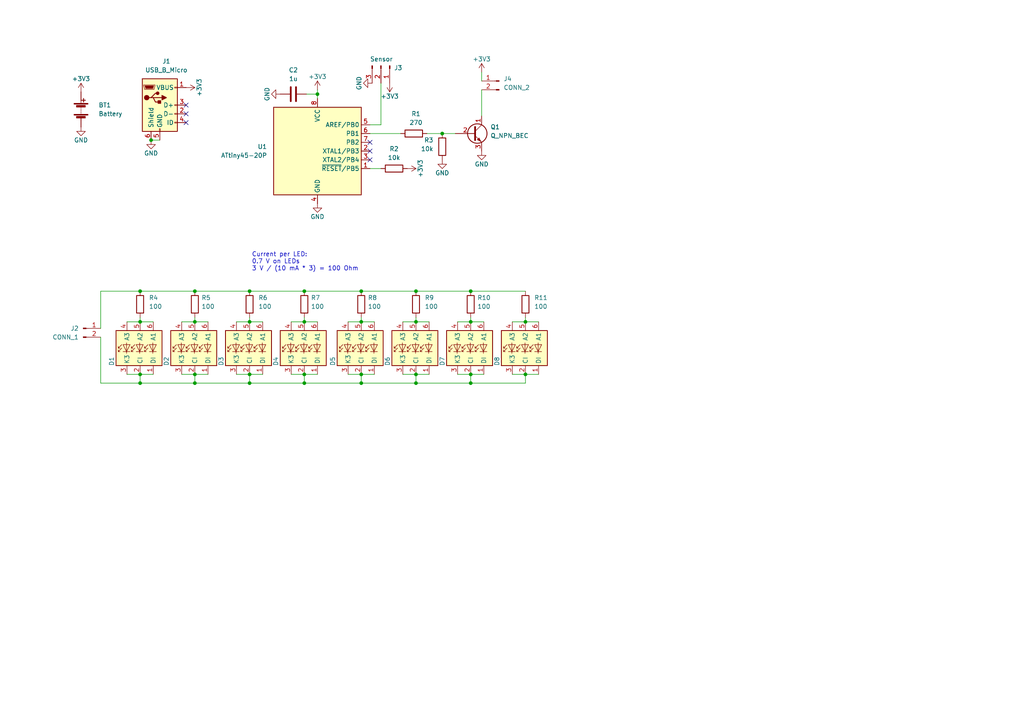
<source format=kicad_sch>
(kicad_sch (version 20211123) (generator eeschema)
  (paper "A4")
  (lib_symbols
    (symbol "Connector:Conn_01x02_Male" (pin_names (offset 1.016) hide)
      (property "Reference" "J" (at 0 2.54 0))
      (property "Value" "Conn_01x02_Male" (at 0 -5.08 0))
      (symbol "Conn_01x02_Male_1_1"
        (polyline (pts (xy 1.27 -2.54) (xy 0.8636 -2.54)) (stroke (width 0.1524)))
        (polyline (pts (xy 1.27 0) (xy 0.8636 0)) (stroke (width 0.1524)))
        (rectangle (start 0.8636 -2.413) (end 0 -2.667) (stroke (width 0.1524)) (fill (type outline)))
        (rectangle (start 0.8636 0.127) (end 0 -0.127) (stroke (width 0.1524)) (fill (type outline)))
        (pin passive line (at 5.08 0 180) (length 3.81) (name "Pin_1") (number "1"))
        (pin passive line (at 5.08 -2.54 180) (length 3.81) (name "Pin_2") (number "2"))
      )
    )
    (symbol "Connector:Conn_01x03_Male" (pin_names (offset 1.016) hide)
      (property "Reference" "J" (at 0 5.08 0))
      (property "Value" "Conn_01x03_Male" (at 0 -5.08 0))
      (symbol "Conn_01x03_Male_1_1"
        (polyline (pts (xy 1.27 -2.54) (xy 0.8636 -2.54)) (stroke (width 0.1524)))
        (polyline (pts (xy 1.27 0) (xy 0.8636 0)) (stroke (width 0.1524)))
        (polyline (pts (xy 1.27 2.54) (xy 0.8636 2.54)) (stroke (width 0.1524)))
        (rectangle (start 0.8636 -2.413) (end 0 -2.667) (stroke (width 0.1524)) (fill (type outline)))
        (rectangle (start 0.8636 0.127) (end 0 -0.127) (stroke (width 0.1524)) (fill (type outline)))
        (rectangle (start 0.8636 2.667) (end 0 2.413) (stroke (width 0.1524)) (fill (type outline)))
        (pin passive line (at 5.08 2.54 180) (length 3.81) (name "Pin_1") (number "1"))
        (pin passive line (at 5.08 0 180) (length 3.81) (name "Pin_2") (number "2"))
        (pin passive line (at 5.08 -2.54 180) (length 3.81) (name "Pin_3") (number "3"))
      )
    )
    (symbol "Connector:USB_B_Micro" (pin_names (offset 1.016))
      (property "Reference" "J" (at -5.08 11.43 0))
      (property "Value" "USB_B_Micro" (at -5.08 8.89 0))
      (symbol "USB_B_Micro_0_1"
        (rectangle (start -5.08 -7.62) (end 5.08 7.62) (stroke (width 0.254)) (fill (type background)))
        (circle (center -3.81 2.159) (radius 0.635) (stroke (width 0.254)) (fill (type outline)))
        (circle (center -0.635 3.429) (radius 0.381) (stroke (width 0.254)) (fill (type outline)))
        (rectangle (start -0.127 -7.62) (end 0.127 -6.858))
        (polyline (pts (xy -1.905 2.159) (xy 0.635 2.159)) (stroke (width 0.254)))
        (polyline (pts (xy -3.175 2.159) (xy -2.54 2.159) (xy -1.27 3.429) (xy -0.635 3.429)) (stroke (width 0.254)))
        (polyline (pts (xy -2.54 2.159) (xy -1.905 2.159) (xy -1.27 0.889) (xy 0 0.889)) (stroke (width 0.254)))
        (polyline (pts (xy 0.635 2.794) (xy 0.635 1.524) (xy 1.905 2.159) (xy 0.635 2.794)) (stroke (width 0.254)) (fill (type outline)))
        (polyline (pts (xy -4.318 5.588) (xy -1.778 5.588) (xy -2.032 4.826) (xy -4.064 4.826) (xy -4.318 5.588)) (fill (type outline)))
        (polyline (pts (xy -4.699 5.842) (xy -4.699 5.588) (xy -4.445 4.826) (xy -4.445 4.572) (xy -1.651 4.572) (xy -1.651 4.826) (xy -1.397 5.588) (xy -1.397 5.842) (xy -4.699 5.842)))
        (rectangle (start 0.254 1.27) (end -0.508 0.508) (stroke (width 0.254)) (fill (type outline)))
        (rectangle (start 5.08 -5.207) (end 4.318 -4.953))
        (rectangle (start 5.08 -2.667) (end 4.318 -2.413))
        (rectangle (start 5.08 -0.127) (end 4.318 0.127))
        (rectangle (start 5.08 4.953) (end 4.318 5.207))
      )
      (symbol "USB_B_Micro_1_1"
        (pin power_out line (at 7.62 5.08 180) (length 2.54) (name "VBUS") (number "1"))
        (pin bidirectional line (at 7.62 -2.54 180) (length 2.54) (name "D-") (number "2"))
        (pin bidirectional line (at 7.62 0 180) (length 2.54) (name "D+") (number "3"))
        (pin passive line (at 7.62 -5.08 180) (length 2.54) (name "ID") (number "4"))
        (pin power_out line (at 0 -10.16 90) (length 2.54) (name "GND") (number "5"))
        (pin passive line (at -2.54 -10.16 90) (length 2.54) (name "Shield") (number "6"))
      )
    )
    (symbol "Device:Battery" (pin_numbers hide) (pin_names (offset 0) hide)
      (property "Reference" "BT" (at 2.54 2.54 0))
      (property "Value" "Battery" (at 2.54 0 0))
      (symbol "Battery_0_1"
        (rectangle (start -2.032 -1.397) (end 2.032 -1.651) (fill (type outline)))
        (rectangle (start -2.032 1.778) (end 2.032 1.524) (fill (type outline)))
        (rectangle (start -1.3208 -1.9812) (end 1.27 -2.4892) (fill (type outline)))
        (rectangle (start -1.3208 1.1938) (end 1.27 0.6858) (fill (type outline)))
        (polyline (pts (xy 0 -1.524) (xy 0 -1.27)))
        (polyline (pts (xy 0 -1.016) (xy 0 -0.762)))
        (polyline (pts (xy 0 -0.508) (xy 0 -0.254)))
        (polyline (pts (xy 0 0) (xy 0 0.254)))
        (polyline (pts (xy 0 0.508) (xy 0 0.762)))
        (polyline (pts (xy 0 1.778) (xy 0 2.54)))
        (polyline (pts (xy 0.254 2.667) (xy 1.27 2.667)) (stroke (width 0.254)))
        (polyline (pts (xy 0.762 3.175) (xy 0.762 2.159)) (stroke (width 0.254)))
      )
      (symbol "Battery_1_1"
        (pin passive line (at 0 5.08 270) (length 2.54) (name "+") (number "1"))
        (pin passive line (at 0 -5.08 90) (length 2.54) (name "-") (number "2"))
      )
    )
    (symbol "Device:C" (pin_numbers hide) (pin_names (offset 0.254))
      (property "Reference" "C" (at 0.635 2.54 0))
      (property "Value" "C" (at 0.635 -2.54 0))
      (symbol "C_0_1"
        (polyline (pts (xy -2.032 -0.762) (xy 2.032 -0.762)) (stroke (width 0.508)))
        (polyline (pts (xy -2.032 0.762) (xy 2.032 0.762)) (stroke (width 0.508)))
      )
      (symbol "C_1_1"
        (pin passive line (at 0 3.81 270) (length 2.794) (name "~") (number "1"))
        (pin passive line (at 0 -3.81 90) (length 2.794) (name "~") (number "2"))
      )
    )
    (symbol "Device:Q_NPN_CBE" (pin_names (offset 0) hide)
      (property "Reference" "Q" (at 5.08 1.27 0))
      (property "Value" "Q_NPN_CBE" (at 5.08 -1.27 0))
      (symbol "Q_NPN_CBE_0_1"
        (polyline (pts (xy 0.635 0.635) (xy 2.54 2.54)))
        (polyline (pts (xy 0.635 -0.635) (xy 2.54 -2.54) (xy 2.54 -2.54)))
        (polyline (pts (xy 0.635 1.905) (xy 0.635 -1.905) (xy 0.635 -1.905)) (stroke (width 0.508)))
        (polyline (pts (xy 1.27 -1.778) (xy 1.778 -1.27) (xy 2.286 -2.286) (xy 1.27 -1.778) (xy 1.27 -1.778)) (fill (type outline)))
        (circle (center 1.27 0) (radius 2.8194) (stroke (width 0.254)))
      )
      (symbol "Q_NPN_CBE_1_1"
        (pin passive line (at 2.54 5.08 270) (length 2.54) (name "C") (number "1"))
        (pin input line (at -5.08 0 0) (length 5.715) (name "B") (number "2"))
        (pin passive line (at 2.54 -5.08 90) (length 2.54) (name "E") (number "3"))
      )
    )
    (symbol "Device:R" (pin_numbers hide) (pin_names (offset 0))
      (property "Reference" "R" (at 2.032 0 90))
      (property "Value" "R" (at 0 0 90))
      (symbol "R_0_1"
        (rectangle (start -1.016 -2.54) (end 1.016 2.54) (stroke (width 0.254)))
      )
      (symbol "R_1_1"
        (pin passive line (at 0 3.81 270) (length 1.27) (name "~") (number "1"))
        (pin passive line (at 0 -3.81 90) (length 1.27) (name "~") (number "2"))
      )
    )
    (symbol "MCU_Microchip_ATtiny:ATtiny45-20P"
      (property "Reference" "U" (at -12.7 13.97 0))
      (property "Value" "ATtiny45-20P" (at 2.54 -13.97 0))
      (symbol "ATtiny45-20P_0_1"
        (rectangle (start -12.7 -12.7) (end 12.7 12.7) (stroke (width 0.254)) (fill (type background)))
      )
      (symbol "ATtiny45-20P_1_1"
        (pin bidirectional line (at 15.24 -5.08 180) (length 2.54) (name "~{RESET}/PB5") (number "1"))
        (pin bidirectional line (at 15.24 0 180) (length 2.54) (name "XTAL1/PB3") (number "2"))
        (pin bidirectional line (at 15.24 -2.54 180) (length 2.54) (name "XTAL2/PB4") (number "3"))
        (pin power_in line (at 0 -15.24 90) (length 2.54) (name "GND") (number "4"))
        (pin bidirectional line (at 15.24 7.62 180) (length 2.54) (name "AREF/PB0") (number "5"))
        (pin bidirectional line (at 15.24 5.08 180) (length 2.54) (name "PB1") (number "6"))
        (pin bidirectional line (at 15.24 2.54 180) (length 2.54) (name "PB2") (number "7"))
        (pin power_in line (at 0 15.24 270) (length 2.54) (name "VCC") (number "8"))
      )
    )
    (symbol "custom:5050_led_(3-in-1)"
      (property "Reference" "D" (at 5.08 6.985 0))
      (property "Value" "5050_led_(3-in-1)" (at -8.255 -8.255 0))
      (symbol "5050_led_(3-in-1)_0_1"
        (polyline (pts (xy 0 1.27) (xy 0 1.778)))
        (polyline (pts (xy 1.016 1.27) (xy 1.016 1.778)))
        (polyline (pts (xy 1.016 4.699) (xy 1.016 2.667)))
        (polyline (pts (xy -1.524 3.683) (xy 1.016 3.683) (xy 1.524 3.683)))
        (polyline (pts (xy -1.016 2.286) (xy 0 1.27) (xy -0.508 1.27)))
        (polyline (pts (xy 0 2.286) (xy 1.016 1.27) (xy 0.508 1.27)))
        (polyline (pts (xy -1.016 4.699) (xy -1.016 2.667) (xy 1.016 3.683) (xy -1.016 4.699)))
        (rectangle (start 5.08 6.35) (end -5.08 -6.985) (stroke (width 0.254)) (fill (type background)))
      )
      (symbol "5050_led_(3-in-1)_1_1"
        (polyline (pts (xy 0 -6.35) (xy 0 -5.842)))
        (polyline (pts (xy 0 -2.54) (xy 0 -2.032)))
        (polyline (pts (xy 1.016 -6.35) (xy 1.016 -5.842)))
        (polyline (pts (xy 1.016 -2.921) (xy 1.016 -4.953)))
        (polyline (pts (xy 1.016 -2.54) (xy 1.016 -2.032)))
        (polyline (pts (xy 1.016 0.889) (xy 1.016 -1.143)))
        (polyline (pts (xy -1.524 -3.937) (xy 1.016 -3.937) (xy 1.524 -3.937)))
        (polyline (pts (xy -1.524 -0.127) (xy 1.016 -0.127) (xy 1.524 -0.127)))
        (polyline (pts (xy -1.016 -5.334) (xy 0 -6.35) (xy -0.508 -6.35)))
        (polyline (pts (xy -1.016 -1.524) (xy 0 -2.54) (xy -0.508 -2.54)))
        (polyline (pts (xy 0 -5.334) (xy 1.016 -6.35) (xy 0.508 -6.35)))
        (polyline (pts (xy 0 -1.524) (xy 1.016 -2.54) (xy 0.508 -2.54)))
        (polyline (pts (xy -1.016 -2.921) (xy -1.016 -4.953) (xy 1.016 -3.937) (xy -1.016 -2.921)))
        (polyline (pts (xy -1.016 0.889) (xy -1.016 -1.143) (xy 1.016 -0.127) (xy -1.016 0.889)))
        (pin passive line (at 7.62 3.81 180) (length 2.54) (name "DI") (number "1"))
        (pin passive line (at 7.62 0 180) (length 2.54) (name "CI") (number "2"))
        (pin passive line (at 7.62 -3.81 180) (length 2.54) (name "K3") (number "3"))
        (pin passive line (at -7.62 -3.81 0) (length 2.54) (name "A3") (number "4"))
        (pin passive line (at -7.62 0 0) (length 2.54) (name "A2") (number "5"))
        (pin passive line (at -7.62 3.81 0) (length 2.54) (name "A1") (number "6"))
      )
    )
    (symbol "power:+3.3V" (power) (pin_names (offset 0))
      (property "Value" "+3.3V" (at 0 3.556 0))
      (symbol "+3.3V_0_1"
        (polyline (pts (xy -0.762 1.27) (xy 0 2.54)))
        (polyline (pts (xy 0 0) (xy 0 2.54)))
        (polyline (pts (xy 0 2.54) (xy 0.762 1.27)))
      )
      (symbol "+3.3V_1_1"
        (pin power_in line (at 0 0 90) (length 0) hide (name "+3V3") (number "1"))
      )
    )
    (symbol "power:GND" (power) (pin_names (offset 0))
      (property "Value" "GND" (at 0 -3.81 0))
      (symbol "GND_0_1"
        (polyline (pts (xy 0 0) (xy 0 -1.27) (xy 1.27 -1.27) (xy 0 -2.54) (xy -1.27 -1.27) (xy 0 -1.27)))
      )
      (symbol "GND_1_1"
        (pin power_in line (at 0 0 270) (length 0) hide (name "GND") (number "1"))
      )
    )
  )
  (junction (at 72.39 111.125))
  (junction (at 104.775 108.585))
  (junction (at 120.65 111.125))
  (junction (at 56.515 108.585))
  (junction (at 88.265 108.585))
  (junction (at 152.4 93.345))
  (junction (at 43.815 40.64))
  (junction (at 104.775 111.125))
  (junction (at 40.64 111.125))
  (junction (at 136.525 84.455))
  (junction (at 56.515 84.455))
  (junction (at 88.265 84.455))
  (junction (at 56.515 93.345))
  (junction (at 136.525 111.125))
  (junction (at 120.65 108.585))
  (junction (at 40.64 108.585))
  (junction (at 120.65 93.345))
  (junction (at 120.65 84.455))
  (junction (at 128.27 38.735))
  (junction (at 104.775 84.455))
  (junction (at 72.39 93.345))
  (junction (at 88.265 93.345))
  (junction (at 40.64 84.455))
  (junction (at 136.525 93.345))
  (junction (at 104.775 93.345))
  (junction (at 88.265 111.125))
  (junction (at 152.4 108.585))
  (junction (at 40.64 93.345))
  (junction (at 136.525 108.585))
  (junction (at 92.075 27.305))
  (junction (at 72.39 84.455))
  (junction (at 72.39 108.585))
  (junction (at 56.515 111.125))
  (no_connect (at 107.315 46.355))
  (no_connect (at 53.975 30.48))
  (no_connect (at 53.975 35.56))
  (no_connect (at 53.975 33.02))
  (no_connect (at 107.315 41.275))
  (no_connect (at 107.315 43.815))
  (wire (pts (xy 52.705 93.345) (xy 56.515 93.345)))
  (wire (pts (xy 56.515 92.075) (xy 56.515 93.345)))
  (wire (pts (xy 104.775 108.585) (xy 104.775 111.125)))
  (wire (pts (xy 56.515 111.125) (xy 72.39 111.125)))
  (wire (pts (xy 116.84 108.585) (xy 120.65 108.585)))
  (wire (pts (xy 40.64 108.585) (xy 40.64 111.125)))
  (wire (pts (xy 136.525 93.345) (xy 140.335 93.345)))
  (wire (pts (xy 68.58 108.585) (xy 72.39 108.585)))
  (wire (pts (xy 29.21 111.125) (xy 29.21 97.79)))
  (wire (pts (xy 136.525 84.455) (xy 152.4 84.455)))
  (wire (pts (xy 72.39 111.125) (xy 88.265 111.125)))
  (wire (pts (xy 29.21 84.455) (xy 40.64 84.455)))
  (wire (pts (xy 152.4 108.585) (xy 156.21 108.585)))
  (wire (pts (xy 136.525 108.585) (xy 136.525 111.125)))
  (wire (pts (xy 88.265 108.585) (xy 92.075 108.585)))
  (wire (pts (xy 104.775 108.585) (xy 108.585 108.585)))
  (wire (pts (xy 120.65 108.585) (xy 120.65 111.125)))
  (wire (pts (xy 43.815 40.64) (xy 46.355 40.64)))
  (wire (pts (xy 107.315 38.735) (xy 116.205 38.735)))
  (wire (pts (xy 152.4 111.125) (xy 152.4 108.585)))
  (wire (pts (xy 123.825 38.735) (xy 128.27 38.735)))
  (wire (pts (xy 56.515 108.585) (xy 60.325 108.585)))
  (wire (pts (xy 88.265 93.345) (xy 92.075 93.345)))
  (wire (pts (xy 139.7 26.035) (xy 139.7 33.655)))
  (wire (pts (xy 139.7 20.955) (xy 139.7 23.495)))
  (wire (pts (xy 72.39 93.345) (xy 76.2 93.345)))
  (wire (pts (xy 128.27 38.735) (xy 132.08 38.735)))
  (wire (pts (xy 29.21 111.125) (xy 40.64 111.125)))
  (wire (pts (xy 84.455 93.345) (xy 88.265 93.345)))
  (wire (pts (xy 29.21 84.455) (xy 29.21 95.25)))
  (wire (pts (xy 148.59 108.585) (xy 152.4 108.585)))
  (wire (pts (xy 40.64 108.585) (xy 44.45 108.585)))
  (wire (pts (xy 36.83 108.585) (xy 40.64 108.585)))
  (wire (pts (xy 68.58 93.345) (xy 72.39 93.345)))
  (wire (pts (xy 152.4 92.075) (xy 152.4 93.345)))
  (wire (pts (xy 120.65 93.345) (xy 124.46 93.345)))
  (wire (pts (xy 116.84 93.345) (xy 120.65 93.345)))
  (wire (pts (xy 136.525 108.585) (xy 140.335 108.585)))
  (wire (pts (xy 132.715 108.585) (xy 136.525 108.585)))
  (wire (pts (xy 110.49 24.13) (xy 110.49 36.195)))
  (wire (pts (xy 40.64 111.125) (xy 56.515 111.125)))
  (wire (pts (xy 104.775 93.345) (xy 108.585 93.345)))
  (wire (pts (xy 148.59 93.345) (xy 152.4 93.345)))
  (wire (pts (xy 88.265 111.125) (xy 88.265 108.585)))
  (wire (pts (xy 110.49 36.195) (xy 107.315 36.195)))
  (wire (pts (xy 152.4 93.345) (xy 156.21 93.345)))
  (wire (pts (xy 120.65 92.075) (xy 120.65 93.345)))
  (wire (pts (xy 136.525 92.075) (xy 136.525 93.345)))
  (wire (pts (xy 104.775 92.075) (xy 104.775 93.345)))
  (wire (pts (xy 120.65 84.455) (xy 136.525 84.455)))
  (wire (pts (xy 56.515 93.345) (xy 60.325 93.345)))
  (wire (pts (xy 104.775 84.455) (xy 120.65 84.455)))
  (wire (pts (xy 120.65 108.585) (xy 124.46 108.585)))
  (wire (pts (xy 56.515 108.585) (xy 56.515 111.125)))
  (wire (pts (xy 120.65 111.125) (xy 136.525 111.125)))
  (wire (pts (xy 72.39 92.075) (xy 72.39 93.345)))
  (wire (pts (xy 72.39 108.585) (xy 76.2 108.585)))
  (wire (pts (xy 88.9 27.305) (xy 92.075 27.305)))
  (wire (pts (xy 72.39 84.455) (xy 88.265 84.455)))
  (wire (pts (xy 107.315 48.895) (xy 110.49 48.895)))
  (wire (pts (xy 56.515 84.455) (xy 72.39 84.455)))
  (wire (pts (xy 52.705 108.585) (xy 56.515 108.585)))
  (wire (pts (xy 88.265 84.455) (xy 104.775 84.455)))
  (wire (pts (xy 84.455 108.585) (xy 88.265 108.585)))
  (wire (pts (xy 40.64 84.455) (xy 56.515 84.455)))
  (wire (pts (xy 88.265 111.125) (xy 104.775 111.125)))
  (wire (pts (xy 100.965 93.345) (xy 104.775 93.345)))
  (wire (pts (xy 104.775 111.125) (xy 120.65 111.125)))
  (wire (pts (xy 40.64 93.345) (xy 44.45 93.345)))
  (wire (pts (xy 92.075 27.305) (xy 92.075 28.575)))
  (wire (pts (xy 36.83 93.345) (xy 40.64 93.345)))
  (wire (pts (xy 92.075 26.035) (xy 92.075 27.305)))
  (wire (pts (xy 40.64 92.075) (xy 40.64 93.345)))
  (wire (pts (xy 72.39 108.585) (xy 72.39 111.125)))
  (wire (pts (xy 132.715 93.345) (xy 136.525 93.345)))
  (wire (pts (xy 100.965 108.585) (xy 104.775 108.585)))
  (wire (pts (xy 88.265 92.075) (xy 88.265 93.345)))
  (wire (pts (xy 136.525 111.125) (xy 152.4 111.125)))
  (text "Current per LED:\n0.7 V on LEDs\n3 V / (10 mA * 3) = 100 Ohm" (at 73.025 78.74 0) (effects (font (size 1.27 1.27)) (justify left bottom)))
  (symbol (lib_id "Device:Q_NPN_CBE") (at 137.16 38.735 0) (unit 1)
    (property "Reference" "Q1" (at 142.24 36.83 0) (effects (justify left)))
    (property "Value" "Q_NPN_BEC" (at 142.24 39.37 0) (effects (justify left)))
    (property "Footprint" "Custom:FakeSMD_TO-92-3_Vertical" (effects hide))
  )
  (symbol (lib_id "Device:R") (at 120.015 38.735 270) (unit 1)
    (property "Reference" "R1" (at 120.65 33.02 90))
    (property "Value" "270" (at 120.65 35.56 90))
    (property "Footprint" "Resistor_SMD:R_0805_2012Metric" (effects hide))
  )
  (symbol (lib_id "Device:Battery") (at 23.495 31.75 0) (unit 1)
    (property "Reference" "BT1" (at 28.575 30.48 0) (effects (justify left)))
    (property "Value" "Battery" (at 28.575 33.02 0) (effects (justify left)))
    (property "Footprint" "Connector_PinHeader_2.54mm:PinHeader_1x02_P2.54mm_Vertical" (effects hide))
  )
  (symbol (lib_id "power:GND") (at 23.495 36.83 0) (unit 1)
    (property "Reference" "#PWR02" (effects hide))
    (property "Value" "GND" (at 23.495 40.64 0))
  )
  (symbol (lib_id "power:+3.3V") (at 23.495 26.67 0) (unit 1)
    (property "Reference" "#PWR01" (effects hide))
    (property "Value" "+3.3V" (at 23.495 22.86 0))
  )
  (symbol (lib_id "power:GND") (at 107.95 24.13 270) (unit 1)
    (property "Reference" "#PWR04" (effects hide))
    (property "Value" "GND" (at 104.14 24.13 0))
  )
  (symbol (lib_id "power:GND") (at 92.075 59.055 0) (unit 1)
    (property "Reference" "#PWR06" (effects hide))
    (property "Value" "GND" (at 92.075 62.865 0))
  )
  (symbol (lib_id "power:+3.3V") (at 113.03 24.13 180) (unit 1)
    (property "Reference" "#PWR03" (effects hide))
    (property "Value" "+3.3V" (at 113.03 27.94 0))
  )
  (symbol (lib_id "power:+3.3V") (at 92.075 26.035 0) (unit 1)
    (property "Reference" "#PWR05" (effects hide))
    (property "Value" "+3.3V" (at 92.075 22.225 0))
  )
  (symbol (lib_id "power:+3.3V") (at 118.11 48.895 270) (unit 1)
    (property "Reference" "#PWR07" (effects hide))
    (property "Value" "+3.3V" (at 121.92 48.895 0))
  )
  (symbol (lib_id "power:GND") (at 139.7 43.815 0) (unit 1)
    (property "Reference" "#PWR09" (effects hide))
    (property "Value" "GND" (at 139.7 47.625 0))
  )
  (symbol (lib_id "power:+3.3V") (at 139.7 20.955 0) (unit 1)
    (property "Reference" "#PWR08" (effects hide))
    (property "Value" "+3.3V" (at 139.7 17.145 0))
  )
  (symbol (lib_id "Device:R") (at 114.3 48.895 270) (unit 1)
    (property "Reference" "R2" (at 114.3 43.18 90))
    (property "Value" "10k" (at 114.3 45.72 90))
    (property "Footprint" "Resistor_SMD:R_0805_2012Metric" (effects hide))
  )
  (symbol (lib_id "Device:R") (at 56.515 88.265 180) (unit 1)
    (property "Reference" "R5" (at 58.42 86.36 0) (effects (justify right)))
    (property "Value" "100" (at 58.42 88.9 0) (effects (justify right)))
    (property "Footprint" "Resistor_SMD:R_0805_2012Metric" (effects hide))
  )
  (symbol (lib_id "power:GND") (at 128.27 46.355 0) (unit 1)
    (property "Reference" "#PWR012" (effects hide))
    (property "Value" "GND" (at 128.27 50.165 0))
  )
  (symbol (lib_id "Connector:USB_B_Micro") (at 46.355 30.48 0) (unit 1)
    (property "Reference" "J1" (at 48.26 17.78 0))
    (property "Value" "USB_B_Micro" (at 48.26 20.32 0))
    (property "Footprint" "Connector_USB:USB_Micro-B_Amphenol_10103594-0001LF_Horizontal" (effects hide))
  )
  (symbol (lib_id "power:+3.3V") (at 53.975 25.4 270) (unit 1)
    (property "Reference" "#PWR011" (effects hide))
    (property "Value" "+3.3V" (at 57.785 25.4 0))
  )
  (symbol (lib_id "power:GND") (at 43.815 40.64 0) (unit 1)
    (property "Reference" "#PWR010" (effects hide))
    (property "Value" "GND" (at 43.815 44.45 0))
  )
  (symbol (lib_id "Device:C") (at 85.09 27.305 90) (unit 1)
    (property "Reference" "C2" (at 85.09 20.32 90))
    (property "Value" "1u" (at 85.09 22.86 90))
    (property "Footprint" "Custom:FakeSMD_C_Disc" (effects hide))
  )
  (symbol (lib_id "power:GND") (at 81.28 27.305 270) (unit 1)
    (property "Reference" "#PWR013" (effects hide))
    (property "Value" "GND" (at 77.47 27.305 0))
  )
  (symbol (lib_id "Connector:Conn_01x02_Male") (at 24.13 95.25 0) (unit 1)
    (property "Reference" "J2" (at 22.86 95.25 0) (effects (justify right)))
    (property "Value" "CONN_1" (at 22.86 97.79 0) (effects (justify right)))
    (property "Footprint" "Connector_PinHeader_2.54mm:PinHeader_1x02_P2.54mm_Vertical" (effects hide))
  )
  (symbol (lib_id "Device:R") (at 72.39 88.265 180) (unit 1)
    (property "Reference" "R6" (at 74.93 86.36 0) (effects (justify right)))
    (property "Value" "100" (at 74.93 88.9 0) (effects (justify right)))
    (property "Footprint" "Resistor_SMD:R_0805_2012Metric" (effects hide))
  )
  (symbol (lib_id "Connector:Conn_01x03_Male") (at 110.49 19.05 270) (unit 1)
    (property "Reference" "J3" (at 114.3 19.685 90) (effects (justify left)))
    (property "Value" "Sensor" (at 107.315 17.145 90) (effects (justify left)))
    (property "Footprint" "Connector_PinHeader_1.27mm:PinHeader_1x03_P1.27mm_Vertical" (effects hide))
  )
  (symbol (lib_id "Connector:Conn_01x02_Male") (at 144.78 23.495 0) (mirror y) (unit 1)
    (property "Reference" "J4" (at 146.05 22.86 0) (effects (justify right)))
    (property "Value" "CONN_2" (at 146.05 25.4 0) (effects (justify right)))
    (property "Footprint" "Connector_PinHeader_1.27mm:PinHeader_1x02_P1.27mm_Vertical" (effects hide))
  )
  (symbol (lib_id "custom:5050_led_(3-in-1)") (at 40.64 100.965 270) (unit 1)
    (property "Reference" "D1" (at 32.385 104.775 0))
    (property "Value" "5050_led_(3-in-1)" (effects hide))
    (property "Footprint" "LED_SMD:LED_RGB_5050-6" (effects hide))
    (property "Datasheet" "http://www.led-color.com/upload/201506/APA102%20LED.pdf" (effects hide))
  )
  (symbol (lib_id "custom:5050_led_(3-in-1)") (at 56.515 100.965 270) (unit 1)
    (property "Reference" "D2" (at 48.26 104.775 0))
    (property "Value" "5050_led_(3-in-1)" (effects hide))
    (property "Footprint" "LED_SMD:LED_RGB_5050-6" (effects hide))
    (property "Datasheet" "http://www.led-color.com/upload/201506/APA102%20LED.pdf" (effects hide))
  )
  (symbol (lib_id "Device:R") (at 128.27 42.545 0) (unit 1)
    (property "Reference" "R3" (at 125.73 40.64 0) (effects (justify right)))
    (property "Value" "10k" (at 125.73 43.18 0) (effects (justify right)))
    (property "Footprint" "Resistor_SMD:R_0805_2012Metric" (effects hide))
  )
  (symbol (lib_id "custom:5050_led_(3-in-1)") (at 72.39 100.965 270) (unit 1)
    (property "Reference" "D3" (at 64.135 104.775 0))
    (property "Value" "5050_led_(3-in-1)" (effects hide))
    (property "Footprint" "LED_SMD:LED_RGB_5050-6" (effects hide))
    (property "Datasheet" "http://www.led-color.com/upload/201506/APA102%20LED.pdf" (effects hide))
  )
  (symbol (lib_id "custom:5050_led_(3-in-1)") (at 88.265 100.965 270) (unit 1)
    (property "Reference" "D4" (at 80.01 104.775 0))
    (property "Value" "5050_led_(3-in-1)" (effects hide))
    (property "Footprint" "LED_SMD:LED_RGB_5050-6" (effects hide))
    (property "Datasheet" "http://www.led-color.com/upload/201506/APA102%20LED.pdf" (effects hide))
  )
  (symbol (lib_id "custom:5050_led_(3-in-1)") (at 104.775 100.965 270) (unit 1)
    (property "Reference" "D5" (at 96.52 104.775 0))
    (property "Value" "5050_led_(3-in-1)" (effects hide))
    (property "Footprint" "LED_SMD:LED_RGB_5050-6" (effects hide))
    (property "Datasheet" "http://www.led-color.com/upload/201506/APA102%20LED.pdf" (effects hide))
  )
  (symbol (lib_id "custom:5050_led_(3-in-1)") (at 120.65 100.965 270) (unit 1)
    (property "Reference" "D6" (at 112.395 104.775 0))
    (property "Value" "5050_led_(3-in-1)" (effects hide))
    (property "Footprint" "LED_SMD:LED_RGB_5050-6" (effects hide))
    (property "Datasheet" "http://www.led-color.com/upload/201506/APA102%20LED.pdf" (effects hide))
  )
  (symbol (lib_id "custom:5050_led_(3-in-1)") (at 136.525 100.965 270) (unit 1)
    (property "Reference" "D7" (at 128.27 104.775 0))
    (property "Value" "5050_led_(3-in-1)" (effects hide))
    (property "Footprint" "LED_SMD:LED_RGB_5050-6" (effects hide))
    (property "Datasheet" "http://www.led-color.com/upload/201506/APA102%20LED.pdf" (effects hide))
  )
  (symbol (lib_id "custom:5050_led_(3-in-1)") (at 152.4 100.965 270) (unit 1)
    (property "Reference" "D8" (at 144.145 104.775 0))
    (property "Value" "5050_led_(3-in-1)" (effects hide))
    (property "Footprint" "LED_SMD:LED_RGB_5050-6" (effects hide))
    (property "Datasheet" "http://www.led-color.com/upload/201506/APA102%20LED.pdf" (effects hide))
  )
  (symbol (lib_id "Device:R") (at 40.64 88.265 0) (unit 1)
    (property "Reference" "R4" (at 43.18 86.36 0) (effects (justify left)))
    (property "Value" "100" (at 43.18 88.9 0) (effects (justify left)))
    (property "Footprint" "Resistor_SMD:R_0805_2012Metric" (effects hide))
  )
  (symbol (lib_id "Device:R") (at 88.265 88.265 0) (unit 1)
    (property "Reference" "R7" (at 90.17 86.36 0) (effects (justify left)))
    (property "Value" "100" (at 90.17 88.9 0) (effects (justify left)))
    (property "Footprint" "Resistor_SMD:R_0805_2012Metric" (effects hide))
  )
  (symbol (lib_id "Device:R") (at 104.775 88.265 0) (unit 1)
    (property "Reference" "R8" (at 106.68 86.36 0) (effects (justify left)))
    (property "Value" "100" (at 106.68 88.9 0) (effects (justify left)))
    (property "Footprint" "Resistor_SMD:R_0805_2012Metric" (effects hide))
  )
  (symbol (lib_id "Device:R") (at 120.65 88.265 0) (unit 1)
    (property "Reference" "R9" (at 123.19 86.36 0) (effects (justify left)))
    (property "Value" "100" (at 123.19 88.9 0) (effects (justify left)))
    (property "Footprint" "Resistor_SMD:R_0805_2012Metric" (effects hide))
  )
  (symbol (lib_id "Device:R") (at 136.525 88.265 0) (unit 1)
    (property "Reference" "R10" (at 138.43 86.36 0) (effects (justify left)))
    (property "Value" "100" (at 138.43 88.9 0) (effects (justify left)))
    (property "Footprint" "Resistor_SMD:R_0805_2012Metric" (effects hide))
  )
  (symbol (lib_id "Device:R") (at 152.4 88.265 0) (unit 1)
    (property "Reference" "R11" (at 154.94 86.36 0) (effects (justify left)))
    (property "Value" "100" (at 154.94 88.9 0) (effects (justify left)))
    (property "Footprint" "Resistor_SMD:R_0805_2012Metric" (effects hide))
  )
  (symbol (lib_id "MCU_Microchip_ATtiny:ATtiny45-20P") (at 92.075 43.815 0) (unit 1)
    (property "Reference" "U1" (at 77.47 42.5449 0) (effects (justify right)))
    (property "Value" "ATtiny45-20P" (at 77.47 45.0849 0) (effects (justify right)))
    (property "Footprint" "Custom:FakeSMD_DIP-8" (effects hide))
    (property "Datasheet" "http://ww1.microchip.com/downloads/en/DeviceDoc/atmel-2586-avr-8-bit-microcontroller-attiny25-attiny45-attiny85_datasheet.pdf" (effects hide))
  )
)
</source>
